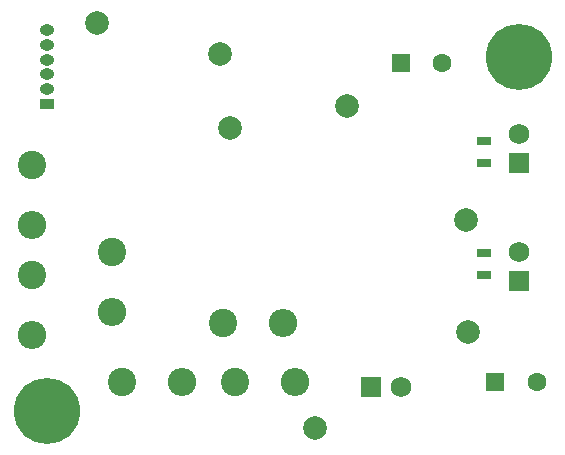
<source format=gbr>
%TF.GenerationSoftware,KiCad,Pcbnew,(5.1.10)-1*%
%TF.CreationDate,2021-08-14T12:20:45-07:00*%
%TF.ProjectId,EmitterDriverV2,456d6974-7465-4724-9472-697665725632,rev?*%
%TF.SameCoordinates,Original*%
%TF.FileFunction,Soldermask,Bot*%
%TF.FilePolarity,Negative*%
%FSLAX46Y46*%
G04 Gerber Fmt 4.6, Leading zero omitted, Abs format (unit mm)*
G04 Created by KiCad (PCBNEW (5.1.10)-1) date 2021-08-14 12:20:45*
%MOMM*%
%LPD*%
G01*
G04 APERTURE LIST*
%ADD10C,5.600000*%
%ADD11R,1.600000X1.600000*%
%ADD12C,1.600000*%
%ADD13R,1.750000X1.750000*%
%ADD14C,1.750000*%
%ADD15O,1.250000X0.950000*%
%ADD16R,1.250000X0.950000*%
%ADD17R,1.300000X0.700000*%
%ADD18C,2.400000*%
%ADD19O,2.400000X2.400000*%
%ADD20C,2.000000*%
G04 APERTURE END LIST*
D10*
%TO.C,REF\u002A\u002A*%
X75000000Y-45000000D03*
%TD*%
%TO.C,REF\u002A\u002A*%
X35000000Y-75000000D03*
%TD*%
D11*
%TO.C,C1*%
X73000000Y-72500000D03*
D12*
X76500000Y-72500000D03*
%TD*%
%TO.C,C2*%
X68500000Y-45500000D03*
D11*
X65000000Y-45500000D03*
%TD*%
D13*
%TO.C,D3*%
X75000000Y-64000000D03*
D14*
X75000000Y-61500000D03*
%TD*%
%TO.C,D4*%
X75000000Y-51500000D03*
D13*
X75000000Y-54000000D03*
%TD*%
D15*
%TO.C,J1*%
X35000000Y-42750000D03*
X35000000Y-44000000D03*
X35000000Y-45250000D03*
X35000000Y-46500000D03*
X35000000Y-47750000D03*
D16*
X35000000Y-49000000D03*
%TD*%
D14*
%TO.C,J2*%
X65000000Y-73000000D03*
D13*
X62500000Y-73000000D03*
%TD*%
D17*
%TO.C,R6*%
X72000000Y-61600000D03*
X72000000Y-63500000D03*
%TD*%
%TO.C,R7*%
X72000000Y-54000000D03*
X72000000Y-52100000D03*
%TD*%
D18*
%TO.C,R8*%
X33760000Y-63500000D03*
D19*
X33760000Y-68580000D03*
%TD*%
%TO.C,R9*%
X40500000Y-66580000D03*
D18*
X40500000Y-61500000D03*
%TD*%
D19*
%TO.C,R10*%
X56000000Y-72500000D03*
D18*
X50920000Y-72500000D03*
%TD*%
D19*
%TO.C,R11*%
X55000000Y-67500000D03*
D18*
X49920000Y-67500000D03*
%TD*%
%TO.C,R12*%
X33760000Y-54185000D03*
D19*
X33760000Y-59265000D03*
%TD*%
D18*
%TO.C,R13*%
X41420000Y-72500000D03*
D19*
X46500000Y-72500000D03*
%TD*%
D20*
%TO.C,BATT*%
X60400000Y-49200000D03*
%TD*%
%TO.C,GND*%
X57700000Y-76400000D03*
%TD*%
%TO.C,TP3*%
X50500000Y-51000000D03*
%TD*%
%TO.C,TP4*%
X49700000Y-44800000D03*
%TD*%
%TO.C,TP5*%
X70500000Y-58800000D03*
%TD*%
%TO.C,TP6*%
X70700000Y-68300000D03*
%TD*%
%TO.C,GND*%
X39300000Y-42100000D03*
%TD*%
M02*

</source>
